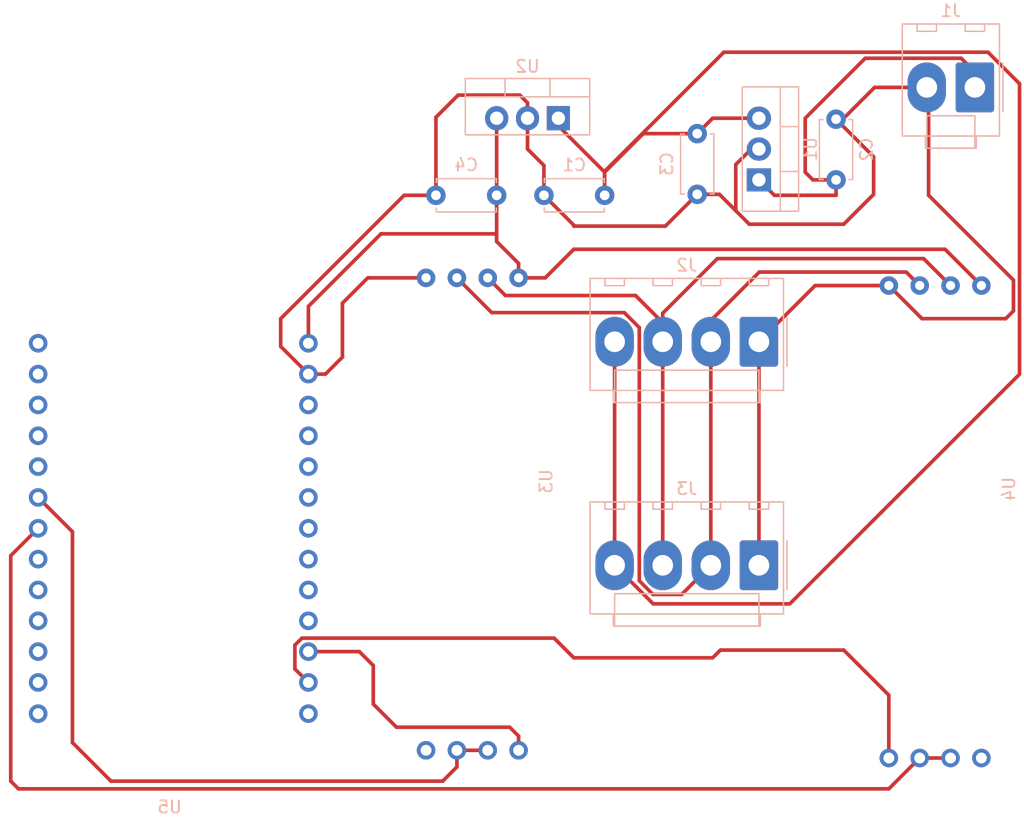
<source format=kicad_pcb>
(kicad_pcb (version 20171130) (host pcbnew "(5.1.10)-1")

  (general
    (thickness 1.6)
    (drawings 0)
    (tracks 136)
    (zones 0)
    (modules 12)
    (nets 32)
  )

  (page A4)
  (layers
    (0 F.Cu signal)
    (31 B.Cu signal)
    (32 B.Adhes user)
    (33 F.Adhes user)
    (34 B.Paste user)
    (35 F.Paste user)
    (36 B.SilkS user)
    (37 F.SilkS user)
    (38 B.Mask user)
    (39 F.Mask user)
    (40 Dwgs.User user)
    (41 Cmts.User user)
    (42 Eco1.User user)
    (43 Eco2.User user)
    (44 Edge.Cuts user)
    (45 Margin user)
    (46 B.CrtYd user)
    (47 F.CrtYd user)
    (48 B.Fab user)
    (49 F.Fab user)
  )

  (setup
    (last_trace_width 0.25)
    (user_trace_width 0.2)
    (user_trace_width 0.3)
    (user_trace_width 0.5)
    (trace_clearance 0.2)
    (zone_clearance 0.508)
    (zone_45_only no)
    (trace_min 0.2)
    (via_size 0.8)
    (via_drill 0.4)
    (via_min_size 0.4)
    (via_min_drill 0.3)
    (uvia_size 0.3)
    (uvia_drill 0.1)
    (uvias_allowed no)
    (uvia_min_size 0.2)
    (uvia_min_drill 0.1)
    (edge_width 0.05)
    (segment_width 0.2)
    (pcb_text_width 0.3)
    (pcb_text_size 1.5 1.5)
    (mod_edge_width 0.12)
    (mod_text_size 1 1)
    (mod_text_width 0.15)
    (pad_size 1.524 1.524)
    (pad_drill 0.762)
    (pad_to_mask_clearance 0)
    (aux_axis_origin 0 0)
    (visible_elements 7FFFFFFF)
    (pcbplotparams
      (layerselection 0x010fc_ffffffff)
      (usegerberextensions false)
      (usegerberattributes true)
      (usegerberadvancedattributes true)
      (creategerberjobfile true)
      (excludeedgelayer true)
      (linewidth 0.100000)
      (plotframeref false)
      (viasonmask false)
      (mode 1)
      (useauxorigin false)
      (hpglpennumber 1)
      (hpglpenspeed 20)
      (hpglpendiameter 15.000000)
      (psnegative false)
      (psa4output false)
      (plotreference true)
      (plotvalue true)
      (plotinvisibletext false)
      (padsonsilk false)
      (subtractmaskfromsilk false)
      (outputformat 1)
      (mirror false)
      (drillshape 1)
      (scaleselection 1)
      (outputdirectory ""))
  )

  (net 0 "")
  (net 1 GND)
  (net 2 "Net-(C1-Pad1)")
  (net 3 "Net-(C2-Pad1)")
  (net 4 "Net-(C4-Pad1)")
  (net 5 "Net-(J2-Pad3)")
  (net 6 "Net-(J2-Pad2)")
  (net 7 "Net-(U3-Pad1)")
  (net 8 "Net-(U3-Pad2)")
  (net 9 "Net-(U3-Pad4)")
  (net 10 "Net-(U4-Pad1)")
  (net 11 "Net-(U4-Pad2)")
  (net 12 "Net-(U4-Pad4)")
  (net 13 "Net-(U5-Pad36)")
  (net 14 "Net-(U5-Pad39)")
  (net 15 "Net-(U5-PadRST)")
  (net 16 "Net-(U5-Pad34)")
  (net 17 "Net-(U5-Pad35)")
  (net 18 "Net-(U5-Pad14)")
  (net 19 "Net-(U5-Pad15)")
  (net 20 "Net-(U5-Pad2)")
  (net 21 "Net-(U5-Pad0)")
  (net 22 "Net-(U5-Pad4)")
  (net 23 "Net-(U5-Pad25)")
  (net 24 "Net-(U5-Pad21)")
  (net 25 "Net-(U5-Pad22)")
  (net 26 "Net-(U5-Pad23)")
  (net 27 "Net-(U5-Pad19)")
  (net 28 "Net-(U5-PadLoRa2)")
  (net 29 "Net-(U5-PadLoRa1)")
  (net 30 "Net-(U5-Pad26)")
  (net 31 "Net-(U5-Pad3.3V)")

  (net_class Default "This is the default net class."
    (clearance 0.2)
    (trace_width 0.25)
    (via_dia 0.8)
    (via_drill 0.4)
    (uvia_dia 0.3)
    (uvia_drill 0.1)
    (add_net GND)
    (add_net "Net-(C1-Pad1)")
    (add_net "Net-(C2-Pad1)")
    (add_net "Net-(C4-Pad1)")
    (add_net "Net-(J2-Pad2)")
    (add_net "Net-(J2-Pad3)")
    (add_net "Net-(U3-Pad1)")
    (add_net "Net-(U3-Pad2)")
    (add_net "Net-(U3-Pad4)")
    (add_net "Net-(U4-Pad1)")
    (add_net "Net-(U4-Pad2)")
    (add_net "Net-(U4-Pad4)")
    (add_net "Net-(U5-Pad0)")
    (add_net "Net-(U5-Pad14)")
    (add_net "Net-(U5-Pad15)")
    (add_net "Net-(U5-Pad19)")
    (add_net "Net-(U5-Pad2)")
    (add_net "Net-(U5-Pad21)")
    (add_net "Net-(U5-Pad22)")
    (add_net "Net-(U5-Pad23)")
    (add_net "Net-(U5-Pad25)")
    (add_net "Net-(U5-Pad26)")
    (add_net "Net-(U5-Pad3.3V)")
    (add_net "Net-(U5-Pad34)")
    (add_net "Net-(U5-Pad35)")
    (add_net "Net-(U5-Pad36)")
    (add_net "Net-(U5-Pad39)")
    (add_net "Net-(U5-Pad4)")
    (add_net "Net-(U5-PadLoRa1)")
    (add_net "Net-(U5-PadLoRa2)")
    (add_net "Net-(U5-PadRST)")
  )

  (module escolleraHuellas:max485_TTL_RS485 (layer B.Cu) (tedit 61841886) (tstamp 618475A2)
    (at 156.21 93.98 90)
    (path /616E446E)
    (fp_text reference U3 (at 24.6888 -1.016 -90) (layer B.SilkS)
      (effects (font (size 1 1) (thickness 0.15)) (justify mirror))
    )
    (fp_text value MAX485E (at 24.7904 -3.2004 -90) (layer B.Fab)
      (effects (font (size 1 1) (thickness 0.15)) (justify mirror))
    )
    (fp_line (start 0 -14.0208) (end 0.4064 -14.0208) (layer B.Fab) (width 0.12))
    (fp_line (start 0 0) (end 0 -14.0208) (layer B.Fab) (width 0.12))
    (fp_line (start 44.0436 -14.0716) (end 0.4064 -14.0208) (layer B.Fab) (width 0.12))
    (fp_line (start 44.0436 0) (end 44.0436 -14.0716) (layer B.Fab) (width 0.12))
    (fp_line (start 0 0) (end 44.0436 0) (layer B.Fab) (width 0.12))
    (fp_text user TTL (at 5.7912 -7.0612) (layer B.Fab)
      (effects (font (size 1 1) (thickness 0.15)) (justify mirror))
    )
    (fp_text user RS485 (at 37.9476 -7.0104) (layer B.Fab)
      (effects (font (size 1 1) (thickness 0.15)) (justify mirror))
    )
    (pad 1 thru_hole circle (at 2.54 -3.275 90) (size 1.524 1.524) (drill 0.9) (layers *.Cu *.Mask)
      (net 7 "Net-(U3-Pad1)"))
    (pad 2 thru_hole circle (at 2.54 -5.815 90) (size 1.524 1.524) (drill 0.9) (layers *.Cu *.Mask)
      (net 8 "Net-(U3-Pad2)"))
    (pad 3 thru_hole circle (at 2.54 -8.355 90) (size 1.524 1.524) (drill 0.9) (layers *.Cu *.Mask)
      (net 8 "Net-(U3-Pad2)"))
    (pad 4 thru_hole circle (at 2.54 -10.895 90) (size 1.524 1.524) (drill 0.9) (layers *.Cu *.Mask)
      (net 9 "Net-(U3-Pad4)"))
    (pad 5 thru_hole circle (at 41.46 -10.895 90) (size 1.524 1.524) (drill 0.762) (layers *.Cu *.Mask)
      (net 1 GND))
    (pad 6 thru_hole circle (at 41.46 -8.355 90) (size 1.524 1.524) (drill 0.762) (layers *.Cu *.Mask)
      (net 6 "Net-(J2-Pad2)"))
    (pad 7 thru_hole circle (at 41.46 -5.815 90) (size 1.524 1.524) (drill 0.762) (layers *.Cu *.Mask)
      (net 5 "Net-(J2-Pad3)"))
    (pad 8 thru_hole circle (at 41.46 -3.275 90) (size 1.524 1.524) (drill 0.762) (layers *.Cu *.Mask)
      (net 4 "Net-(C4-Pad1)"))
  )

  (module escolleraHuellas:max485_TTL_RS485 (layer B.Cu) (tedit 61841886) (tstamp 618475B5)
    (at 194.31 94.615 90)
    (path /616E2D0F)
    (fp_text reference U4 (at 24.6888 -1.016 -90) (layer B.SilkS)
      (effects (font (size 1 1) (thickness 0.15)) (justify mirror))
    )
    (fp_text value MAX485E (at 24.7904 -3.2004 -90) (layer B.Fab)
      (effects (font (size 1 1) (thickness 0.15)) (justify mirror))
    )
    (fp_line (start 0 -14.0208) (end 0.4064 -14.0208) (layer B.Fab) (width 0.12))
    (fp_line (start 0 0) (end 0 -14.0208) (layer B.Fab) (width 0.12))
    (fp_line (start 44.0436 -14.0716) (end 0.4064 -14.0208) (layer B.Fab) (width 0.12))
    (fp_line (start 44.0436 0) (end 44.0436 -14.0716) (layer B.Fab) (width 0.12))
    (fp_line (start 0 0) (end 44.0436 0) (layer B.Fab) (width 0.12))
    (fp_text user TTL (at 5.7912 -7.0612) (layer B.Fab)
      (effects (font (size 1 1) (thickness 0.15)) (justify mirror))
    )
    (fp_text user RS485 (at 37.9476 -7.0104) (layer B.Fab)
      (effects (font (size 1 1) (thickness 0.15)) (justify mirror))
    )
    (pad 1 thru_hole circle (at 2.54 -3.275 90) (size 1.524 1.524) (drill 0.9) (layers *.Cu *.Mask)
      (net 10 "Net-(U4-Pad1)"))
    (pad 2 thru_hole circle (at 2.54 -5.815 90) (size 1.524 1.524) (drill 0.9) (layers *.Cu *.Mask)
      (net 11 "Net-(U4-Pad2)"))
    (pad 3 thru_hole circle (at 2.54 -8.355 90) (size 1.524 1.524) (drill 0.9) (layers *.Cu *.Mask)
      (net 11 "Net-(U4-Pad2)"))
    (pad 4 thru_hole circle (at 2.54 -10.895 90) (size 1.524 1.524) (drill 0.9) (layers *.Cu *.Mask)
      (net 12 "Net-(U4-Pad4)"))
    (pad 5 thru_hole circle (at 41.46 -10.895 90) (size 1.524 1.524) (drill 0.762) (layers *.Cu *.Mask)
      (net 1 GND))
    (pad 6 thru_hole circle (at 41.46 -8.355 90) (size 1.524 1.524) (drill 0.762) (layers *.Cu *.Mask)
      (net 6 "Net-(J2-Pad2)"))
    (pad 7 thru_hole circle (at 41.46 -5.815 90) (size 1.524 1.524) (drill 0.762) (layers *.Cu *.Mask)
      (net 5 "Net-(J2-Pad3)"))
    (pad 8 thru_hole circle (at 41.46 -3.275 90) (size 1.524 1.524) (drill 0.762) (layers *.Cu *.Mask)
      (net 4 "Net-(C4-Pad1)"))
  )

  (module Capacitor_THT:C_Disc_D4.7mm_W2.5mm_P5.00mm (layer B.Cu) (tedit 5AE50EF0) (tstamp 6184748E)
    (at 160.02 45.72 180)
    (descr "C, Disc series, Radial, pin pitch=5.00mm, , diameter*width=4.7*2.5mm^2, Capacitor, http://www.vishay.com/docs/45233/krseries.pdf")
    (tags "C Disc series Radial pin pitch 5.00mm  diameter 4.7mm width 2.5mm Capacitor")
    (path /616F1AC0)
    (fp_text reference C1 (at 2.5 2.5) (layer B.SilkS)
      (effects (font (size 1 1) (thickness 0.15)) (justify mirror))
    )
    (fp_text value 330nF (at 2.5 -2.5) (layer B.Fab)
      (effects (font (size 1 1) (thickness 0.15)) (justify mirror))
    )
    (fp_line (start 0.15 1.25) (end 0.15 -1.25) (layer B.Fab) (width 0.1))
    (fp_line (start 0.15 -1.25) (end 4.85 -1.25) (layer B.Fab) (width 0.1))
    (fp_line (start 4.85 -1.25) (end 4.85 1.25) (layer B.Fab) (width 0.1))
    (fp_line (start 4.85 1.25) (end 0.15 1.25) (layer B.Fab) (width 0.1))
    (fp_line (start 0.03 1.37) (end 4.97 1.37) (layer B.SilkS) (width 0.12))
    (fp_line (start 0.03 -1.37) (end 4.97 -1.37) (layer B.SilkS) (width 0.12))
    (fp_line (start 0.03 1.37) (end 0.03 1.055) (layer B.SilkS) (width 0.12))
    (fp_line (start 0.03 -1.055) (end 0.03 -1.37) (layer B.SilkS) (width 0.12))
    (fp_line (start 4.97 1.37) (end 4.97 1.055) (layer B.SilkS) (width 0.12))
    (fp_line (start 4.97 -1.055) (end 4.97 -1.37) (layer B.SilkS) (width 0.12))
    (fp_line (start -1.05 1.5) (end -1.05 -1.5) (layer B.CrtYd) (width 0.05))
    (fp_line (start -1.05 -1.5) (end 6.05 -1.5) (layer B.CrtYd) (width 0.05))
    (fp_line (start 6.05 -1.5) (end 6.05 1.5) (layer B.CrtYd) (width 0.05))
    (fp_line (start 6.05 1.5) (end -1.05 1.5) (layer B.CrtYd) (width 0.05))
    (fp_text user %R (at 2.5 0) (layer B.Fab)
      (effects (font (size 0.94 0.94) (thickness 0.141)) (justify mirror))
    )
    (pad 2 thru_hole circle (at 5 0 180) (size 1.6 1.6) (drill 0.8) (layers *.Cu *.Mask)
      (net 1 GND))
    (pad 1 thru_hole circle (at 0 0 180) (size 1.6 1.6) (drill 0.8) (layers *.Cu *.Mask)
      (net 2 "Net-(C1-Pad1)"))
    (model ${KISYS3DMOD}/Capacitor_THT.3dshapes/C_Disc_D4.7mm_W2.5mm_P5.00mm.wrl
      (at (xyz 0 0 0))
      (scale (xyz 1 1 1))
      (rotate (xyz 0 0 0))
    )
  )

  (module Package_TO_SOT_THT:TO-220-3_Vertical (layer B.Cu) (tedit 5AC8BA0D) (tstamp 61847575)
    (at 172.72 44.45 90)
    (descr "TO-220-3, Vertical, RM 2.54mm, see https://www.vishay.com/docs/66542/to-220-1.pdf")
    (tags "TO-220-3 Vertical RM 2.54mm")
    (path /616ED667)
    (fp_text reference U1 (at 2.54 4.27 90) (layer B.SilkS)
      (effects (font (size 1 1) (thickness 0.15)) (justify mirror))
    )
    (fp_text value LM7812_TO220 (at 2.54 -2.5 90) (layer B.Fab)
      (effects (font (size 1 1) (thickness 0.15)) (justify mirror))
    )
    (fp_line (start -2.46 3.15) (end -2.46 -1.25) (layer B.Fab) (width 0.1))
    (fp_line (start -2.46 -1.25) (end 7.54 -1.25) (layer B.Fab) (width 0.1))
    (fp_line (start 7.54 -1.25) (end 7.54 3.15) (layer B.Fab) (width 0.1))
    (fp_line (start 7.54 3.15) (end -2.46 3.15) (layer B.Fab) (width 0.1))
    (fp_line (start -2.46 1.88) (end 7.54 1.88) (layer B.Fab) (width 0.1))
    (fp_line (start 0.69 3.15) (end 0.69 1.88) (layer B.Fab) (width 0.1))
    (fp_line (start 4.39 3.15) (end 4.39 1.88) (layer B.Fab) (width 0.1))
    (fp_line (start -2.58 3.27) (end 7.66 3.27) (layer B.SilkS) (width 0.12))
    (fp_line (start -2.58 -1.371) (end 7.66 -1.371) (layer B.SilkS) (width 0.12))
    (fp_line (start -2.58 3.27) (end -2.58 -1.371) (layer B.SilkS) (width 0.12))
    (fp_line (start 7.66 3.27) (end 7.66 -1.371) (layer B.SilkS) (width 0.12))
    (fp_line (start -2.58 1.76) (end 7.66 1.76) (layer B.SilkS) (width 0.12))
    (fp_line (start 0.69 3.27) (end 0.69 1.76) (layer B.SilkS) (width 0.12))
    (fp_line (start 4.391 3.27) (end 4.391 1.76) (layer B.SilkS) (width 0.12))
    (fp_line (start -2.71 3.4) (end -2.71 -1.51) (layer B.CrtYd) (width 0.05))
    (fp_line (start -2.71 -1.51) (end 7.79 -1.51) (layer B.CrtYd) (width 0.05))
    (fp_line (start 7.79 -1.51) (end 7.79 3.4) (layer B.CrtYd) (width 0.05))
    (fp_line (start 7.79 3.4) (end -2.71 3.4) (layer B.CrtYd) (width 0.05))
    (fp_text user %R (at 2.54 4.27 90) (layer B.Fab)
      (effects (font (size 1 1) (thickness 0.15)) (justify mirror))
    )
    (pad 3 thru_hole oval (at 5.08 0 90) (size 1.905 2) (drill 1.1) (layers *.Cu *.Mask)
      (net 2 "Net-(C1-Pad1)"))
    (pad 2 thru_hole oval (at 2.54 0 90) (size 1.905 2) (drill 1.1) (layers *.Cu *.Mask)
      (net 1 GND))
    (pad 1 thru_hole rect (at 0 0 90) (size 1.905 2) (drill 1.1) (layers *.Cu *.Mask)
      (net 3 "Net-(C2-Pad1)"))
    (model ${KISYS3DMOD}/Package_TO_SOT_THT.3dshapes/TO-220-3_Vertical.wrl
      (at (xyz 0 0 0))
      (scale (xyz 1 1 1))
      (rotate (xyz 0 0 0))
    )
  )

  (module escolleraHuellas:TTGO (layer B.Cu) (tedit 61840E3E) (tstamp 618475DA)
    (at 110.49 93.98)
    (path /6170B131)
    (fp_text reference U5 (at 13.716 2.1336) (layer B.SilkS)
      (effects (font (size 1 1) (thickness 0.15)) (justify mirror))
    )
    (fp_text value TTGO_LoRa32 (at 13.4112 0.8128) (layer B.Fab)
      (effects (font (size 1 1) (thickness 0.15)) (justify mirror))
    )
    (fp_line (start 0.127 -62.865) (end 0 0) (layer B.CrtYd) (width 0.12))
    (fp_line (start 27.178 -62.865) (end 0.127 -62.865) (layer B.CrtYd) (width 0.12))
    (fp_line (start 27.051 0) (end 27.178 -62.865) (layer B.CrtYd) (width 0.12))
    (fp_line (start 0 0) (end 27.051 0) (layer B.CrtYd) (width 0.12))
    (fp_text user TTGO (at 14.224 -4.064) (layer B.CrtYd)
      (effects (font (size 5 5) (thickness 0.15)) (justify mirror))
    )
    (pad 36 thru_hole circle (at 2.89 -5.56) (size 1.524 1.524) (drill 0.9) (layers *.Cu *.Mask Dwgs.User)
      (net 13 "Net-(U5-Pad36)"))
    (pad 39 thru_hole circle (at 2.89 -8.13) (size 1.524 1.524) (drill 0.9) (layers *.Cu *.Mask Dwgs.User)
      (net 14 "Net-(U5-Pad39)"))
    (pad RST thru_hole circle (at 2.89 -10.67) (size 1.524 1.524) (drill 0.9) (layers *.Cu *.Mask Dwgs.User)
      (net 15 "Net-(U5-PadRST)"))
    (pad 34 thru_hole circle (at 2.89 -13.21) (size 1.524 1.524) (drill 0.9) (layers *.Cu *.Mask Dwgs.User)
      (net 16 "Net-(U5-Pad34)"))
    (pad 35 thru_hole circle (at 2.89 -15.75) (size 1.524 1.524) (drill 0.9) (layers *.Cu *.Mask Dwgs.User)
      (net 17 "Net-(U5-Pad35)"))
    (pad 14 thru_hole circle (at 2.89 -18.29) (size 1.524 1.524) (drill 0.9) (layers *.Cu *.Mask Dwgs.User)
      (net 18 "Net-(U5-Pad14)"))
    (pad 12 thru_hole circle (at 2.89 -20.83) (size 1.524 1.524) (drill 0.9) (layers *.Cu *.Mask Dwgs.User)
      (net 11 "Net-(U4-Pad2)"))
    (pad 13 thru_hole circle (at 2.89 -23.37) (size 1.524 1.524) (drill 0.9) (layers *.Cu *.Mask Dwgs.User)
      (net 8 "Net-(U3-Pad2)"))
    (pad 15 thru_hole circle (at 2.89 -25.91) (size 1.524 1.524) (drill 0.9) (layers *.Cu *.Mask Dwgs.User)
      (net 19 "Net-(U5-Pad15)"))
    (pad 2 thru_hole circle (at 2.89 -28.45) (size 1.524 1.524) (drill 0.9) (layers *.Cu *.Mask Dwgs.User)
      (net 20 "Net-(U5-Pad2)"))
    (pad 0 thru_hole circle (at 2.89 -30.99) (size 1.524 1.524) (drill 0.9) (layers *.Cu *.Mask Dwgs.User)
      (net 21 "Net-(U5-Pad0)"))
    (pad 4 thru_hole circle (at 2.89 -33.53) (size 1.524 1.524) (drill 0.9) (layers *.Cu *.Mask Dwgs.User)
      (net 22 "Net-(U5-Pad4)"))
    (pad 25 thru_hole circle (at 2.89 -36.07) (size 1.524 1.524) (drill 0.9) (layers *.Cu *.Mask Dwgs.User)
      (net 23 "Net-(U5-Pad25)"))
    (pad "" np_thru_hole circle (at 3.44 -2.56) (size 2 2) (drill 2) (layers *.Cu *.Mask))
    (pad "" np_thru_hole circle (at 25.59 -2.56) (size 2 2) (drill 2) (layers *.Cu *.Mask))
    (pad 21 thru_hole circle (at 25.14 -5.56) (size 1.524 1.524) (drill 0.9) (layers *.Cu *.Mask)
      (net 24 "Net-(U5-Pad21)"))
    (pad TX0 thru_hole circle (at 25.14 -8.13) (size 1.524 1.524) (drill 0.9) (layers *.Cu *.Mask)
      (net 12 "Net-(U4-Pad4)"))
    (pad RX0 thru_hole circle (at 25.14 -10.67) (size 1.524 1.524) (drill 0.9) (layers *.Cu *.Mask)
      (net 7 "Net-(U3-Pad1)"))
    (pad 22 thru_hole circle (at 25.14 -13.21) (size 1.524 1.524) (drill 0.9) (layers *.Cu *.Mask)
      (net 25 "Net-(U5-Pad22)"))
    (pad 23 thru_hole circle (at 25.14 -15.75) (size 1.524 1.524) (drill 0.9) (layers *.Cu *.Mask)
      (net 26 "Net-(U5-Pad23)"))
    (pad 19 thru_hole circle (at 25.14 -18.29) (size 1.524 1.524) (drill 0.9) (layers *.Cu *.Mask)
      (net 27 "Net-(U5-Pad19)"))
    (pad LoRa2 thru_hole circle (at 25.14 -20.83) (size 1.524 1.524) (drill 0.9) (layers *.Cu *.Mask)
      (net 28 "Net-(U5-PadLoRa2)"))
    (pad LoRa1 thru_hole circle (at 25.14 -23.37) (size 1.524 1.524) (drill 0.9) (layers *.Cu *.Mask)
      (net 29 "Net-(U5-PadLoRa1)"))
    (pad 26 thru_hole circle (at 25.14 -25.91) (size 1.524 1.524) (drill 0.9) (layers *.Cu *.Mask)
      (net 30 "Net-(U5-Pad26)"))
    (pad GND thru_hole circle (at 25.14 -28.45) (size 1.524 1.524) (drill 0.9) (layers *.Cu *.Mask)
      (net 1 GND))
    (pad 3.3V thru_hole circle (at 25.14 -30.99) (size 1.524 1.524) (drill 0.9) (layers *.Cu *.Mask)
      (net 31 "Net-(U5-Pad3.3V)"))
    (pad GND thru_hole circle (at 25.14 -33.53) (size 1.524 1.524) (drill 0.9) (layers *.Cu *.Mask)
      (net 1 GND))
    (pad 5V thru_hole circle (at 25.14 -36.07) (size 1.524 1.524) (drill 0.9) (layers *.Cu *.Mask)
      (net 4 "Net-(C4-Pad1)"))
  )

  (module Package_TO_SOT_THT:TO-220-3_Vertical (layer B.Cu) (tedit 5AC8BA0D) (tstamp 6184758F)
    (at 156.21 39.37 180)
    (descr "TO-220-3, Vertical, RM 2.54mm, see https://www.vishay.com/docs/66542/to-220-1.pdf")
    (tags "TO-220-3 Vertical RM 2.54mm")
    (path /616EEB39)
    (fp_text reference U2 (at 2.54 4.27) (layer B.SilkS)
      (effects (font (size 1 1) (thickness 0.15)) (justify mirror))
    )
    (fp_text value LM7805_TO220 (at 2.54 -2.5) (layer B.Fab)
      (effects (font (size 1 1) (thickness 0.15)) (justify mirror))
    )
    (fp_line (start -2.46 3.15) (end -2.46 -1.25) (layer B.Fab) (width 0.1))
    (fp_line (start -2.46 -1.25) (end 7.54 -1.25) (layer B.Fab) (width 0.1))
    (fp_line (start 7.54 -1.25) (end 7.54 3.15) (layer B.Fab) (width 0.1))
    (fp_line (start 7.54 3.15) (end -2.46 3.15) (layer B.Fab) (width 0.1))
    (fp_line (start -2.46 1.88) (end 7.54 1.88) (layer B.Fab) (width 0.1))
    (fp_line (start 0.69 3.15) (end 0.69 1.88) (layer B.Fab) (width 0.1))
    (fp_line (start 4.39 3.15) (end 4.39 1.88) (layer B.Fab) (width 0.1))
    (fp_line (start -2.58 3.27) (end 7.66 3.27) (layer B.SilkS) (width 0.12))
    (fp_line (start -2.58 -1.371) (end 7.66 -1.371) (layer B.SilkS) (width 0.12))
    (fp_line (start -2.58 3.27) (end -2.58 -1.371) (layer B.SilkS) (width 0.12))
    (fp_line (start 7.66 3.27) (end 7.66 -1.371) (layer B.SilkS) (width 0.12))
    (fp_line (start -2.58 1.76) (end 7.66 1.76) (layer B.SilkS) (width 0.12))
    (fp_line (start 0.69 3.27) (end 0.69 1.76) (layer B.SilkS) (width 0.12))
    (fp_line (start 4.391 3.27) (end 4.391 1.76) (layer B.SilkS) (width 0.12))
    (fp_line (start -2.71 3.4) (end -2.71 -1.51) (layer B.CrtYd) (width 0.05))
    (fp_line (start -2.71 -1.51) (end 7.79 -1.51) (layer B.CrtYd) (width 0.05))
    (fp_line (start 7.79 -1.51) (end 7.79 3.4) (layer B.CrtYd) (width 0.05))
    (fp_line (start 7.79 3.4) (end -2.71 3.4) (layer B.CrtYd) (width 0.05))
    (fp_text user %R (at 2.54 4.27) (layer B.Fab)
      (effects (font (size 1 1) (thickness 0.15)) (justify mirror))
    )
    (pad 3 thru_hole oval (at 5.08 0 180) (size 1.905 2) (drill 1.1) (layers *.Cu *.Mask)
      (net 4 "Net-(C4-Pad1)"))
    (pad 2 thru_hole oval (at 2.54 0 180) (size 1.905 2) (drill 1.1) (layers *.Cu *.Mask)
      (net 1 GND))
    (pad 1 thru_hole rect (at 0 0 180) (size 1.905 2) (drill 1.1) (layers *.Cu *.Mask)
      (net 2 "Net-(C1-Pad1)"))
    (model ${KISYS3DMOD}/Package_TO_SOT_THT.3dshapes/TO-220-3_Vertical.wrl
      (at (xyz 0 0 0))
      (scale (xyz 1 1 1))
      (rotate (xyz 0 0 0))
    )
  )

  (module Connector_Molex:Molex_KK-396_A-41791-0004_1x04_P3.96mm_Vertical (layer B.Cu) (tedit 5DC431B4) (tstamp 6184755B)
    (at 172.72 76.2 180)
    (descr "Molex KK 396 Interconnect System, old/engineering part number: A-41791-0004 example for new part number: 26-60-4040, 4 Pins (https://www.molex.com/pdm_docs/sd/026604020_sd.pdf), generated with kicad-footprint-generator")
    (tags "connector Molex KK-396 vertical")
    (path /616E634A)
    (fp_text reference J3 (at 5.94 6.31 180) (layer B.SilkS)
      (effects (font (size 1 1) (thickness 0.15)) (justify mirror))
    )
    (fp_text value Conn_01x04 (at 5.94 -6.1 180) (layer B.Fab)
      (effects (font (size 1 1) (thickness 0.15)) (justify mirror))
    )
    (fp_line (start 14.29 5.61) (end -2.41 5.61) (layer B.CrtYd) (width 0.05))
    (fp_line (start 14.29 -5.4) (end 14.29 5.61) (layer B.CrtYd) (width 0.05))
    (fp_line (start -2.41 -5.4) (end 14.29 -5.4) (layer B.CrtYd) (width 0.05))
    (fp_line (start -2.41 5.61) (end -2.41 -5.4) (layer B.CrtYd) (width 0.05))
    (fp_line (start 12.68 4.62) (end 12.68 5.22) (layer B.SilkS) (width 0.12))
    (fp_line (start 11.08 4.62) (end 12.68 4.62) (layer B.SilkS) (width 0.12))
    (fp_line (start 11.08 5.22) (end 11.08 4.62) (layer B.SilkS) (width 0.12))
    (fp_line (start 8.72 4.62) (end 8.72 5.22) (layer B.SilkS) (width 0.12))
    (fp_line (start 7.12 4.62) (end 8.72 4.62) (layer B.SilkS) (width 0.12))
    (fp_line (start 7.12 5.22) (end 7.12 4.62) (layer B.SilkS) (width 0.12))
    (fp_line (start 4.76 4.62) (end 4.76 5.22) (layer B.SilkS) (width 0.12))
    (fp_line (start 3.16 4.62) (end 4.76 4.62) (layer B.SilkS) (width 0.12))
    (fp_line (start 3.16 5.22) (end 3.16 4.62) (layer B.SilkS) (width 0.12))
    (fp_line (start 0.8 4.62) (end 0.8 5.22) (layer B.SilkS) (width 0.12))
    (fp_line (start -0.8 4.62) (end 0.8 4.62) (layer B.SilkS) (width 0.12))
    (fp_line (start -0.8 5.22) (end -0.8 4.62) (layer B.SilkS) (width 0.12))
    (fp_line (start 11.88 -2.34) (end 11.88 -4.01) (layer B.SilkS) (width 0.12))
    (fp_line (start 0 -2.34) (end 11.88 -2.34) (layer B.SilkS) (width 0.12))
    (fp_line (start 0 -4.01) (end 0 -2.34) (layer B.SilkS) (width 0.12))
    (fp_line (start 11.88 -4.01) (end 11.88 -5.01) (layer B.SilkS) (width 0.12))
    (fp_line (start 0 -4.01) (end 11.88 -4.01) (layer B.SilkS) (width 0.12))
    (fp_line (start 0 -5.01) (end 0 -4.01) (layer B.SilkS) (width 0.12))
    (fp_line (start -1.202893 0) (end -1.91 -0.5) (layer B.Fab) (width 0.1))
    (fp_line (start -1.91 0.5) (end -1.202893 0) (layer B.Fab) (width 0.1))
    (fp_line (start -2.31 2) (end -2.31 -2) (layer B.SilkS) (width 0.12))
    (fp_line (start -2.02 -4.005) (end -2.02 5.22) (layer B.SilkS) (width 0.12))
    (fp_line (start -0.115 -4.005) (end -2.02 -4.005) (layer B.SilkS) (width 0.12))
    (fp_line (start -0.115 -5.01) (end -0.115 -4.005) (layer B.SilkS) (width 0.12))
    (fp_line (start 11.995 -5.01) (end -0.115 -5.01) (layer B.SilkS) (width 0.12))
    (fp_line (start 11.995 -4.005) (end 11.995 -5.01) (layer B.SilkS) (width 0.12))
    (fp_line (start 13.9 -4.005) (end 11.995 -4.005) (layer B.SilkS) (width 0.12))
    (fp_line (start 13.9 5.22) (end 13.9 -4.005) (layer B.SilkS) (width 0.12))
    (fp_line (start -2.02 5.22) (end 13.9 5.22) (layer B.SilkS) (width 0.12))
    (fp_line (start -1.91 -3.895) (end -1.91 5.11) (layer B.Fab) (width 0.1))
    (fp_line (start -0.005 -3.895) (end -1.91 -3.895) (layer B.Fab) (width 0.1))
    (fp_line (start -0.005 -4.9) (end -0.005 -3.895) (layer B.Fab) (width 0.1))
    (fp_line (start 11.885 -4.9) (end -0.005 -4.9) (layer B.Fab) (width 0.1))
    (fp_line (start 11.885 -3.895) (end 11.885 -4.9) (layer B.Fab) (width 0.1))
    (fp_line (start 13.79 -3.895) (end 11.885 -3.895) (layer B.Fab) (width 0.1))
    (fp_line (start 13.79 5.11) (end 13.79 -3.895) (layer B.Fab) (width 0.1))
    (fp_line (start -1.91 5.11) (end 13.79 5.11) (layer B.Fab) (width 0.1))
    (fp_text user %R (at 5.94 4.41 180) (layer B.Fab)
      (effects (font (size 1 1) (thickness 0.15)) (justify mirror))
    )
    (pad 1 thru_hole roundrect (at 0 0 180) (size 3.16 4.1) (drill 1.7) (layers *.Cu *.Mask) (roundrect_rratio 0.079114)
      (net 1 GND))
    (pad 2 thru_hole oval (at 3.96 0 180) (size 3.16 4.1) (drill 1.7) (layers *.Cu *.Mask)
      (net 6 "Net-(J2-Pad2)"))
    (pad 3 thru_hole oval (at 7.92 0 180) (size 3.16 4.1) (drill 1.7) (layers *.Cu *.Mask)
      (net 5 "Net-(J2-Pad3)"))
    (pad 4 thru_hole oval (at 11.88 0 180) (size 3.16 4.1) (drill 1.7) (layers *.Cu *.Mask)
      (net 2 "Net-(C1-Pad1)"))
    (model ${KISYS3DMOD}/Connector_Molex.3dshapes/Molex_KK-396_A-41791-0004_1x04_P3.96mm_Vertical.wrl
      (at (xyz 0 0 0))
      (scale (xyz 1 1 1))
      (rotate (xyz 0 0 0))
    )
  )

  (module Connector_Molex:Molex_KK-396_A-41791-0004_1x04_P3.96mm_Vertical (layer B.Cu) (tedit 5DC431B4) (tstamp 61847529)
    (at 172.72 57.785 180)
    (descr "Molex KK 396 Interconnect System, old/engineering part number: A-41791-0004 example for new part number: 26-60-4040, 4 Pins (https://www.molex.com/pdm_docs/sd/026604020_sd.pdf), generated with kicad-footprint-generator")
    (tags "connector Molex KK-396 vertical")
    (path /616E77DA)
    (fp_text reference J2 (at 5.94 6.31 180) (layer B.SilkS)
      (effects (font (size 1 1) (thickness 0.15)) (justify mirror))
    )
    (fp_text value Conn_01x04 (at 5.94 -6.1 180) (layer B.Fab)
      (effects (font (size 1 1) (thickness 0.15)) (justify mirror))
    )
    (fp_line (start -1.91 5.11) (end 13.79 5.11) (layer B.Fab) (width 0.1))
    (fp_line (start 13.79 5.11) (end 13.79 -3.895) (layer B.Fab) (width 0.1))
    (fp_line (start 13.79 -3.895) (end 11.885 -3.895) (layer B.Fab) (width 0.1))
    (fp_line (start 11.885 -3.895) (end 11.885 -4.9) (layer B.Fab) (width 0.1))
    (fp_line (start 11.885 -4.9) (end -0.005 -4.9) (layer B.Fab) (width 0.1))
    (fp_line (start -0.005 -4.9) (end -0.005 -3.895) (layer B.Fab) (width 0.1))
    (fp_line (start -0.005 -3.895) (end -1.91 -3.895) (layer B.Fab) (width 0.1))
    (fp_line (start -1.91 -3.895) (end -1.91 5.11) (layer B.Fab) (width 0.1))
    (fp_line (start -2.02 5.22) (end 13.9 5.22) (layer B.SilkS) (width 0.12))
    (fp_line (start 13.9 5.22) (end 13.9 -4.005) (layer B.SilkS) (width 0.12))
    (fp_line (start 13.9 -4.005) (end 11.995 -4.005) (layer B.SilkS) (width 0.12))
    (fp_line (start 11.995 -4.005) (end 11.995 -5.01) (layer B.SilkS) (width 0.12))
    (fp_line (start 11.995 -5.01) (end -0.115 -5.01) (layer B.SilkS) (width 0.12))
    (fp_line (start -0.115 -5.01) (end -0.115 -4.005) (layer B.SilkS) (width 0.12))
    (fp_line (start -0.115 -4.005) (end -2.02 -4.005) (layer B.SilkS) (width 0.12))
    (fp_line (start -2.02 -4.005) (end -2.02 5.22) (layer B.SilkS) (width 0.12))
    (fp_line (start -2.31 2) (end -2.31 -2) (layer B.SilkS) (width 0.12))
    (fp_line (start -1.91 0.5) (end -1.202893 0) (layer B.Fab) (width 0.1))
    (fp_line (start -1.202893 0) (end -1.91 -0.5) (layer B.Fab) (width 0.1))
    (fp_line (start 0 -5.01) (end 0 -4.01) (layer B.SilkS) (width 0.12))
    (fp_line (start 0 -4.01) (end 11.88 -4.01) (layer B.SilkS) (width 0.12))
    (fp_line (start 11.88 -4.01) (end 11.88 -5.01) (layer B.SilkS) (width 0.12))
    (fp_line (start 0 -4.01) (end 0 -2.34) (layer B.SilkS) (width 0.12))
    (fp_line (start 0 -2.34) (end 11.88 -2.34) (layer B.SilkS) (width 0.12))
    (fp_line (start 11.88 -2.34) (end 11.88 -4.01) (layer B.SilkS) (width 0.12))
    (fp_line (start -0.8 5.22) (end -0.8 4.62) (layer B.SilkS) (width 0.12))
    (fp_line (start -0.8 4.62) (end 0.8 4.62) (layer B.SilkS) (width 0.12))
    (fp_line (start 0.8 4.62) (end 0.8 5.22) (layer B.SilkS) (width 0.12))
    (fp_line (start 3.16 5.22) (end 3.16 4.62) (layer B.SilkS) (width 0.12))
    (fp_line (start 3.16 4.62) (end 4.76 4.62) (layer B.SilkS) (width 0.12))
    (fp_line (start 4.76 4.62) (end 4.76 5.22) (layer B.SilkS) (width 0.12))
    (fp_line (start 7.12 5.22) (end 7.12 4.62) (layer B.SilkS) (width 0.12))
    (fp_line (start 7.12 4.62) (end 8.72 4.62) (layer B.SilkS) (width 0.12))
    (fp_line (start 8.72 4.62) (end 8.72 5.22) (layer B.SilkS) (width 0.12))
    (fp_line (start 11.08 5.22) (end 11.08 4.62) (layer B.SilkS) (width 0.12))
    (fp_line (start 11.08 4.62) (end 12.68 4.62) (layer B.SilkS) (width 0.12))
    (fp_line (start 12.68 4.62) (end 12.68 5.22) (layer B.SilkS) (width 0.12))
    (fp_line (start -2.41 5.61) (end -2.41 -5.4) (layer B.CrtYd) (width 0.05))
    (fp_line (start -2.41 -5.4) (end 14.29 -5.4) (layer B.CrtYd) (width 0.05))
    (fp_line (start 14.29 -5.4) (end 14.29 5.61) (layer B.CrtYd) (width 0.05))
    (fp_line (start 14.29 5.61) (end -2.41 5.61) (layer B.CrtYd) (width 0.05))
    (fp_text user %R (at 5.94 4.41 180) (layer B.Fab)
      (effects (font (size 1 1) (thickness 0.15)) (justify mirror))
    )
    (pad 4 thru_hole oval (at 11.88 0 180) (size 3.16 4.1) (drill 1.7) (layers *.Cu *.Mask)
      (net 2 "Net-(C1-Pad1)"))
    (pad 3 thru_hole oval (at 7.92 0 180) (size 3.16 4.1) (drill 1.7) (layers *.Cu *.Mask)
      (net 5 "Net-(J2-Pad3)"))
    (pad 2 thru_hole oval (at 3.96 0 180) (size 3.16 4.1) (drill 1.7) (layers *.Cu *.Mask)
      (net 6 "Net-(J2-Pad2)"))
    (pad 1 thru_hole roundrect (at 0 0 180) (size 3.16 4.1) (drill 1.7) (layers *.Cu *.Mask) (roundrect_rratio 0.079114)
      (net 1 GND))
    (model ${KISYS3DMOD}/Connector_Molex.3dshapes/Molex_KK-396_A-41791-0004_1x04_P3.96mm_Vertical.wrl
      (at (xyz 0 0 0))
      (scale (xyz 1 1 1))
      (rotate (xyz 0 0 0))
    )
  )

  (module Connector_Molex:Molex_KK-396_A-41791-0002_1x02_P3.96mm_Vertical (layer B.Cu) (tedit 5DC431B4) (tstamp 618474F7)
    (at 190.5 36.83 180)
    (descr "Molex KK 396 Interconnect System, old/engineering part number: A-41791-0002 example for new part number: 26-60-4020, 2 Pins (https://www.molex.com/pdm_docs/sd/026604020_sd.pdf), generated with kicad-footprint-generator")
    (tags "connector Molex KK-396 vertical")
    (path /616EF701)
    (fp_text reference J1 (at 1.98 6.31) (layer B.SilkS)
      (effects (font (size 1 1) (thickness 0.15)) (justify mirror))
    )
    (fp_text value Conn_01x02 (at 1.98 -6.1) (layer B.Fab)
      (effects (font (size 1 1) (thickness 0.15)) (justify mirror))
    )
    (fp_line (start -1.91 5.11) (end 5.87 5.11) (layer B.Fab) (width 0.1))
    (fp_line (start 5.87 5.11) (end 5.87 -3.895) (layer B.Fab) (width 0.1))
    (fp_line (start 5.87 -3.895) (end 3.965 -3.895) (layer B.Fab) (width 0.1))
    (fp_line (start 3.965 -3.895) (end 3.965 -4.9) (layer B.Fab) (width 0.1))
    (fp_line (start 3.965 -4.9) (end -0.005 -4.9) (layer B.Fab) (width 0.1))
    (fp_line (start -0.005 -4.9) (end -0.005 -3.895) (layer B.Fab) (width 0.1))
    (fp_line (start -0.005 -3.895) (end -1.91 -3.895) (layer B.Fab) (width 0.1))
    (fp_line (start -1.91 -3.895) (end -1.91 5.11) (layer B.Fab) (width 0.1))
    (fp_line (start -2.02 5.22) (end 5.98 5.22) (layer B.SilkS) (width 0.12))
    (fp_line (start 5.98 5.22) (end 5.98 -4.005) (layer B.SilkS) (width 0.12))
    (fp_line (start 5.98 -4.005) (end 4.075 -4.005) (layer B.SilkS) (width 0.12))
    (fp_line (start 4.075 -4.005) (end 4.075 -5.01) (layer B.SilkS) (width 0.12))
    (fp_line (start 4.075 -5.01) (end -0.115 -5.01) (layer B.SilkS) (width 0.12))
    (fp_line (start -0.115 -5.01) (end -0.115 -4.005) (layer B.SilkS) (width 0.12))
    (fp_line (start -0.115 -4.005) (end -2.02 -4.005) (layer B.SilkS) (width 0.12))
    (fp_line (start -2.02 -4.005) (end -2.02 5.22) (layer B.SilkS) (width 0.12))
    (fp_line (start -2.31 2) (end -2.31 -2) (layer B.SilkS) (width 0.12))
    (fp_line (start -1.91 0.5) (end -1.202893 0) (layer B.Fab) (width 0.1))
    (fp_line (start -1.202893 0) (end -1.91 -0.5) (layer B.Fab) (width 0.1))
    (fp_line (start 0 -5.01) (end 0 -4.01) (layer B.SilkS) (width 0.12))
    (fp_line (start 0 -4.01) (end 3.96 -4.01) (layer B.SilkS) (width 0.12))
    (fp_line (start 3.96 -4.01) (end 3.96 -5.01) (layer B.SilkS) (width 0.12))
    (fp_line (start 0 -4.01) (end 0 -2.34) (layer B.SilkS) (width 0.12))
    (fp_line (start 0 -2.34) (end 3.96 -2.34) (layer B.SilkS) (width 0.12))
    (fp_line (start 3.96 -2.34) (end 3.96 -4.01) (layer B.SilkS) (width 0.12))
    (fp_line (start -0.8 5.22) (end -0.8 4.62) (layer B.SilkS) (width 0.12))
    (fp_line (start -0.8 4.62) (end 0.8 4.62) (layer B.SilkS) (width 0.12))
    (fp_line (start 0.8 4.62) (end 0.8 5.22) (layer B.SilkS) (width 0.12))
    (fp_line (start 3.16 5.22) (end 3.16 4.62) (layer B.SilkS) (width 0.12))
    (fp_line (start 3.16 4.62) (end 4.76 4.62) (layer B.SilkS) (width 0.12))
    (fp_line (start 4.76 4.62) (end 4.76 5.22) (layer B.SilkS) (width 0.12))
    (fp_line (start -2.41 5.61) (end -2.41 -5.4) (layer B.CrtYd) (width 0.05))
    (fp_line (start -2.41 -5.4) (end 6.37 -5.4) (layer B.CrtYd) (width 0.05))
    (fp_line (start 6.37 -5.4) (end 6.37 5.61) (layer B.CrtYd) (width 0.05))
    (fp_line (start 6.37 5.61) (end -2.41 5.61) (layer B.CrtYd) (width 0.05))
    (fp_text user %R (at 0 6.35) (layer B.Fab)
      (effects (font (size 1 1) (thickness 0.15)) (justify mirror))
    )
    (pad 2 thru_hole oval (at 3.96 0 180) (size 3.16 4.1) (drill 1.7) (layers *.Cu *.Mask)
      (net 1 GND))
    (pad 1 thru_hole roundrect (at 0 0 180) (size 3.16 4.1) (drill 1.7) (layers *.Cu *.Mask) (roundrect_rratio 0.079114)
      (net 3 "Net-(C2-Pad1)"))
    (model ${KISYS3DMOD}/Connector_Molex.3dshapes/Molex_KK-396_A-41791-0002_1x02_P3.96mm_Vertical.wrl
      (at (xyz 0 0 0))
      (scale (xyz 1 1 1))
      (rotate (xyz 0 0 0))
    )
  )

  (module Capacitor_THT:C_Disc_D4.7mm_W2.5mm_P5.00mm (layer B.Cu) (tedit 5AE50EF0) (tstamp 618474CD)
    (at 151.13 45.72 180)
    (descr "C, Disc series, Radial, pin pitch=5.00mm, , diameter*width=4.7*2.5mm^2, Capacitor, http://www.vishay.com/docs/45233/krseries.pdf")
    (tags "C Disc series Radial pin pitch 5.00mm  diameter 4.7mm width 2.5mm Capacitor")
    (path /616F1AFA)
    (fp_text reference C4 (at 2.5 2.5) (layer B.SilkS)
      (effects (font (size 1 1) (thickness 0.15)) (justify mirror))
    )
    (fp_text value 100nF (at 2.5 -2.5) (layer B.Fab)
      (effects (font (size 1 1) (thickness 0.15)) (justify mirror))
    )
    (fp_line (start 0.15 1.25) (end 0.15 -1.25) (layer B.Fab) (width 0.1))
    (fp_line (start 0.15 -1.25) (end 4.85 -1.25) (layer B.Fab) (width 0.1))
    (fp_line (start 4.85 -1.25) (end 4.85 1.25) (layer B.Fab) (width 0.1))
    (fp_line (start 4.85 1.25) (end 0.15 1.25) (layer B.Fab) (width 0.1))
    (fp_line (start 0.03 1.37) (end 4.97 1.37) (layer B.SilkS) (width 0.12))
    (fp_line (start 0.03 -1.37) (end 4.97 -1.37) (layer B.SilkS) (width 0.12))
    (fp_line (start 0.03 1.37) (end 0.03 1.055) (layer B.SilkS) (width 0.12))
    (fp_line (start 0.03 -1.055) (end 0.03 -1.37) (layer B.SilkS) (width 0.12))
    (fp_line (start 4.97 1.37) (end 4.97 1.055) (layer B.SilkS) (width 0.12))
    (fp_line (start 4.97 -1.055) (end 4.97 -1.37) (layer B.SilkS) (width 0.12))
    (fp_line (start -1.05 1.5) (end -1.05 -1.5) (layer B.CrtYd) (width 0.05))
    (fp_line (start -1.05 -1.5) (end 6.05 -1.5) (layer B.CrtYd) (width 0.05))
    (fp_line (start 6.05 -1.5) (end 6.05 1.5) (layer B.CrtYd) (width 0.05))
    (fp_line (start 6.05 1.5) (end -1.05 1.5) (layer B.CrtYd) (width 0.05))
    (fp_text user %R (at 2.54 0) (layer B.Fab)
      (effects (font (size 0.94 0.94) (thickness 0.141)) (justify mirror))
    )
    (pad 2 thru_hole circle (at 5 0 180) (size 1.6 1.6) (drill 0.8) (layers *.Cu *.Mask)
      (net 1 GND))
    (pad 1 thru_hole circle (at 0 0 180) (size 1.6 1.6) (drill 0.8) (layers *.Cu *.Mask)
      (net 4 "Net-(C4-Pad1)"))
    (model ${KISYS3DMOD}/Capacitor_THT.3dshapes/C_Disc_D4.7mm_W2.5mm_P5.00mm.wrl
      (at (xyz 0 0 0))
      (scale (xyz 1 1 1))
      (rotate (xyz 0 0 0))
    )
  )

  (module Capacitor_THT:C_Disc_D4.7mm_W2.5mm_P5.00mm (layer B.Cu) (tedit 5AE50EF0) (tstamp 618474B8)
    (at 167.64 40.64 270)
    (descr "C, Disc series, Radial, pin pitch=5.00mm, , diameter*width=4.7*2.5mm^2, Capacitor, http://www.vishay.com/docs/45233/krseries.pdf")
    (tags "C Disc series Radial pin pitch 5.00mm  diameter 4.7mm width 2.5mm Capacitor")
    (path /616F197F)
    (fp_text reference C3 (at 2.5 2.5 90) (layer B.SilkS)
      (effects (font (size 1 1) (thickness 0.15)) (justify mirror))
    )
    (fp_text value 100nF (at 2.5 -2.5 90) (layer B.Fab)
      (effects (font (size 1 1) (thickness 0.15)) (justify mirror))
    )
    (fp_line (start 0.15 1.25) (end 0.15 -1.25) (layer B.Fab) (width 0.1))
    (fp_line (start 0.15 -1.25) (end 4.85 -1.25) (layer B.Fab) (width 0.1))
    (fp_line (start 4.85 -1.25) (end 4.85 1.25) (layer B.Fab) (width 0.1))
    (fp_line (start 4.85 1.25) (end 0.15 1.25) (layer B.Fab) (width 0.1))
    (fp_line (start 0.03 1.37) (end 4.97 1.37) (layer B.SilkS) (width 0.12))
    (fp_line (start 0.03 -1.37) (end 4.97 -1.37) (layer B.SilkS) (width 0.12))
    (fp_line (start 0.03 1.37) (end 0.03 1.055) (layer B.SilkS) (width 0.12))
    (fp_line (start 0.03 -1.055) (end 0.03 -1.37) (layer B.SilkS) (width 0.12))
    (fp_line (start 4.97 1.37) (end 4.97 1.055) (layer B.SilkS) (width 0.12))
    (fp_line (start 4.97 -1.055) (end 4.97 -1.37) (layer B.SilkS) (width 0.12))
    (fp_line (start -1.05 1.5) (end -1.05 -1.5) (layer B.CrtYd) (width 0.05))
    (fp_line (start -1.05 -1.5) (end 6.05 -1.5) (layer B.CrtYd) (width 0.05))
    (fp_line (start 6.05 -1.5) (end 6.05 1.5) (layer B.CrtYd) (width 0.05))
    (fp_line (start 6.05 1.5) (end -1.05 1.5) (layer B.CrtYd) (width 0.05))
    (fp_text user %R (at 2.5 0 90) (layer B.Fab)
      (effects (font (size 0.94 0.94) (thickness 0.141)) (justify mirror))
    )
    (pad 2 thru_hole circle (at 5 0 270) (size 1.6 1.6) (drill 0.8) (layers *.Cu *.Mask)
      (net 1 GND))
    (pad 1 thru_hole circle (at 0 0 270) (size 1.6 1.6) (drill 0.8) (layers *.Cu *.Mask)
      (net 2 "Net-(C1-Pad1)"))
    (model ${KISYS3DMOD}/Capacitor_THT.3dshapes/C_Disc_D4.7mm_W2.5mm_P5.00mm.wrl
      (at (xyz 0 0 0))
      (scale (xyz 1 1 1))
      (rotate (xyz 0 0 0))
    )
  )

  (module Capacitor_THT:C_Disc_D4.7mm_W2.5mm_P5.00mm (layer B.Cu) (tedit 5AE50EF0) (tstamp 618474A3)
    (at 179.07 44.45 90)
    (descr "C, Disc series, Radial, pin pitch=5.00mm, , diameter*width=4.7*2.5mm^2, Capacitor, http://www.vishay.com/docs/45233/krseries.pdf")
    (tags "C Disc series Radial pin pitch 5.00mm  diameter 4.7mm width 2.5mm Capacitor")
    (path /616F0A57)
    (fp_text reference C2 (at 2.5 2.5 90) (layer B.SilkS)
      (effects (font (size 1 1) (thickness 0.15)) (justify mirror))
    )
    (fp_text value 330nF (at 2.5 -2.5 90) (layer B.Fab)
      (effects (font (size 1 1) (thickness 0.15)) (justify mirror))
    )
    (fp_line (start 0.15 1.25) (end 0.15 -1.25) (layer B.Fab) (width 0.1))
    (fp_line (start 0.15 -1.25) (end 4.85 -1.25) (layer B.Fab) (width 0.1))
    (fp_line (start 4.85 -1.25) (end 4.85 1.25) (layer B.Fab) (width 0.1))
    (fp_line (start 4.85 1.25) (end 0.15 1.25) (layer B.Fab) (width 0.1))
    (fp_line (start 0.03 1.37) (end 4.97 1.37) (layer B.SilkS) (width 0.12))
    (fp_line (start 0.03 -1.37) (end 4.97 -1.37) (layer B.SilkS) (width 0.12))
    (fp_line (start 0.03 1.37) (end 0.03 1.055) (layer B.SilkS) (width 0.12))
    (fp_line (start 0.03 -1.055) (end 0.03 -1.37) (layer B.SilkS) (width 0.12))
    (fp_line (start 4.97 1.37) (end 4.97 1.055) (layer B.SilkS) (width 0.12))
    (fp_line (start 4.97 -1.055) (end 4.97 -1.37) (layer B.SilkS) (width 0.12))
    (fp_line (start -1.05 1.5) (end -1.05 -1.5) (layer B.CrtYd) (width 0.05))
    (fp_line (start -1.05 -1.5) (end 6.05 -1.5) (layer B.CrtYd) (width 0.05))
    (fp_line (start 6.05 -1.5) (end 6.05 1.5) (layer B.CrtYd) (width 0.05))
    (fp_line (start 6.05 1.5) (end -1.05 1.5) (layer B.CrtYd) (width 0.05))
    (fp_text user %R (at 2.5 0 90) (layer B.Fab)
      (effects (font (size 0.94 0.94) (thickness 0.141)) (justify mirror))
    )
    (pad 2 thru_hole circle (at 5 0 90) (size 1.6 1.6) (drill 0.8) (layers *.Cu *.Mask)
      (net 1 GND))
    (pad 1 thru_hole circle (at 0 0 90) (size 1.6 1.6) (drill 0.8) (layers *.Cu *.Mask)
      (net 3 "Net-(C2-Pad1)"))
    (model ${KISYS3DMOD}/Capacitor_THT.3dshapes/C_Disc_D4.7mm_W2.5mm_P5.00mm.wrl
      (at (xyz 0 0 0))
      (scale (xyz 1 1 1))
      (rotate (xyz 0 0 0))
    )
  )

  (segment (start 183.415 53.155) (end 177.35 53.155) (width 0.3) (layer F.Cu) (net 1))
  (segment (start 177.35 53.155) (end 172.72 57.785) (width 0.3) (layer F.Cu) (net 1))
  (segment (start 172.72 57.785) (end 172.72 76.2) (width 0.3) (layer F.Cu) (net 1))
  (segment (start 146.13 45.72) (end 143.51 45.72) (width 0.3) (layer F.Cu) (net 1))
  (segment (start 143.51 45.72) (end 133.35 55.88) (width 0.3) (layer F.Cu) (net 1))
  (segment (start 133.35 58.17) (end 135.63 60.45) (width 0.3) (layer F.Cu) (net 1))
  (segment (start 133.35 55.88) (end 133.35 58.17) (width 0.3) (layer F.Cu) (net 1))
  (segment (start 135.63 60.45) (end 137.035 60.45) (width 0.3) (layer F.Cu) (net 1))
  (segment (start 137.035 60.45) (end 138.43 59.055) (width 0.3) (layer F.Cu) (net 1))
  (segment (start 138.43 59.055) (end 138.43 54.61) (width 0.3) (layer F.Cu) (net 1))
  (segment (start 140.52 52.52) (end 145.315 52.52) (width 0.3) (layer F.Cu) (net 1))
  (segment (start 138.43 54.61) (end 140.52 52.52) (width 0.3) (layer F.Cu) (net 1))
  (segment (start 186.54 36.83) (end 182.245 36.83) (width 0.3) (layer F.Cu) (net 1))
  (segment (start 179.625 39.45) (end 179.07 39.45) (width 0.3) (layer F.Cu) (net 1))
  (segment (start 182.245 36.83) (end 179.625 39.45) (width 0.3) (layer F.Cu) (net 1))
  (segment (start 172.085 41.91) (end 172.72 41.91) (width 0.3) (layer F.Cu) (net 1))
  (segment (start 170.815 43.18) (end 172.085 41.91) (width 0.3) (layer F.Cu) (net 1))
  (segment (start 170.815 46.99) (end 170.815 43.18) (width 0.3) (layer F.Cu) (net 1))
  (segment (start 171.925 48.1) (end 170.815 46.99) (width 0.3) (layer F.Cu) (net 1))
  (segment (start 179.705 48.1) (end 171.925 48.1) (width 0.3) (layer F.Cu) (net 1))
  (segment (start 182.165 42.545) (end 182.165 45.64) (width 0.3) (layer F.Cu) (net 1))
  (segment (start 182.165 45.64) (end 179.705 48.1) (width 0.3) (layer F.Cu) (net 1))
  (segment (start 179.07 39.45) (end 182.165 42.545) (width 0.3) (layer F.Cu) (net 1))
  (segment (start 153.67 39.37) (end 153.67 41.91) (width 0.3) (layer F.Cu) (net 1))
  (segment (start 155.02 43.26) (end 155.02 45.72) (width 0.3) (layer F.Cu) (net 1))
  (segment (start 153.67 41.91) (end 155.02 43.26) (width 0.3) (layer F.Cu) (net 1))
  (segment (start 169.465 45.64) (end 170.815 46.99) (width 0.3) (layer F.Cu) (net 1))
  (segment (start 167.64 45.64) (end 169.465 45.64) (width 0.3) (layer F.Cu) (net 1))
  (segment (start 167.64 45.64) (end 165.02 48.26) (width 0.3) (layer F.Cu) (net 1))
  (segment (start 165.02 48.26) (end 157.48 48.26) (width 0.3) (layer F.Cu) (net 1))
  (segment (start 157.48 48.18) (end 155.02 45.72) (width 0.3) (layer F.Cu) (net 1))
  (segment (start 157.48 48.26) (end 157.48 48.18) (width 0.3) (layer F.Cu) (net 1))
  (segment (start 153.67 39.37) (end 153.67 38.1) (width 0.3) (layer F.Cu) (net 1))
  (segment (start 153.67 38.1) (end 153.035 37.465) (width 0.3) (layer F.Cu) (net 1))
  (segment (start 153.035 37.465) (end 147.955 37.465) (width 0.3) (layer F.Cu) (net 1))
  (segment (start 146.13 39.29) (end 146.13 45.72) (width 0.3) (layer F.Cu) (net 1))
  (segment (start 147.955 37.465) (end 146.13 39.29) (width 0.3) (layer F.Cu) (net 1))
  (segment (start 186.69 36.98) (end 186.54 36.83) (width 0.3) (layer F.Cu) (net 1))
  (segment (start 186.69 45.72) (end 186.69 36.98) (width 0.3) (layer F.Cu) (net 1))
  (segment (start 193.675 52.705) (end 186.69 45.72) (width 0.3) (layer F.Cu) (net 1))
  (segment (start 193.675 55.245) (end 193.675 52.705) (width 0.3) (layer F.Cu) (net 1))
  (segment (start 193.04 55.88) (end 193.675 55.245) (width 0.3) (layer F.Cu) (net 1))
  (segment (start 186.14 55.88) (end 193.04 55.88) (width 0.3) (layer F.Cu) (net 1))
  (segment (start 183.415 53.155) (end 186.14 55.88) (width 0.3) (layer F.Cu) (net 1))
  (segment (start 160.84 57.785) (end 160.84 76.2) (width 0.3) (layer F.Cu) (net 2))
  (segment (start 168.91 39.37) (end 167.64 40.64) (width 0.3) (layer F.Cu) (net 2))
  (segment (start 172.72 39.37) (end 168.91 39.37) (width 0.3) (layer F.Cu) (net 2))
  (segment (start 160.02 45.72) (end 160.02 43.815) (width 0.3) (layer F.Cu) (net 2))
  (segment (start 163.195 40.64) (end 167.64 40.64) (width 0.3) (layer F.Cu) (net 2))
  (segment (start 160.02 43.815) (end 163.195 40.64) (width 0.3) (layer F.Cu) (net 2))
  (segment (start 156.21 40.005) (end 160.02 43.815) (width 0.3) (layer F.Cu) (net 2))
  (segment (start 156.21 39.37) (end 156.21 40.005) (width 0.3) (layer F.Cu) (net 2))
  (segment (start 194.17501 36.526464) (end 194.17501 60.45999) (width 0.3) (layer F.Cu) (net 2))
  (segment (start 191.578526 33.92998) (end 194.17501 36.526464) (width 0.3) (layer F.Cu) (net 2))
  (segment (start 160.02 43.74288) (end 169.8329 33.92998) (width 0.3) (layer F.Cu) (net 2))
  (segment (start 169.8329 33.92998) (end 191.578526 33.92998) (width 0.3) (layer F.Cu) (net 2))
  (segment (start 160.02 45.72) (end 160.02 43.74288) (width 0.3) (layer F.Cu) (net 2))
  (segment (start 194.17501 60.45999) (end 175.26 79.375) (width 0.3) (layer F.Cu) (net 2))
  (segment (start 164.015 79.375) (end 160.84 76.2) (width 0.3) (layer F.Cu) (net 2))
  (segment (start 175.26 79.375) (end 164.015 79.375) (width 0.3) (layer F.Cu) (net 2))
  (segment (start 177.165 44.45) (end 179.07 44.45) (width 0.3) (layer F.Cu) (net 3))
  (segment (start 176.53 39.37) (end 176.53 43.815) (width 0.3) (layer F.Cu) (net 3))
  (segment (start 181.47001 34.42999) (end 176.53 39.37) (width 0.3) (layer F.Cu) (net 3))
  (segment (start 189.36999 34.42999) (end 181.47001 34.42999) (width 0.3) (layer F.Cu) (net 3))
  (segment (start 190.5 35.56) (end 189.36999 34.42999) (width 0.3) (layer F.Cu) (net 3))
  (segment (start 176.53 43.815) (end 177.165 44.45) (width 0.3) (layer F.Cu) (net 3))
  (segment (start 190.5 36.83) (end 190.5 35.56) (width 0.3) (layer F.Cu) (net 3))
  (segment (start 179.07 44.45) (end 179.07 45.72) (width 0.3) (layer F.Cu) (net 3))
  (segment (start 179.07 45.72) (end 173.99 45.72) (width 0.3) (layer F.Cu) (net 3))
  (segment (start 173.99 45.72) (end 172.72 44.45) (width 0.3) (layer F.Cu) (net 3))
  (segment (start 152.935 52.52) (end 152.935 51.335) (width 0.3) (layer F.Cu) (net 4))
  (segment (start 152.935 51.335) (end 151.13 49.53) (width 0.3) (layer F.Cu) (net 4))
  (segment (start 152.935 52.52) (end 155.125 52.52) (width 0.3) (layer F.Cu) (net 4))
  (segment (start 155.125 52.52) (end 157.48 50.165) (width 0.3) (layer F.Cu) (net 4))
  (segment (start 188.045 50.165) (end 191.035 53.155) (width 0.3) (layer F.Cu) (net 4))
  (segment (start 157.48 50.165) (end 188.045 50.165) (width 0.3) (layer F.Cu) (net 4))
  (segment (start 135.63 57.91) (end 135.63 54.87) (width 0.3) (layer F.Cu) (net 4))
  (segment (start 135.63 54.87) (end 141.605 48.895) (width 0.3) (layer F.Cu) (net 4))
  (segment (start 141.605 48.895) (end 151.13 48.895) (width 0.3) (layer F.Cu) (net 4))
  (segment (start 151.13 48.895) (end 151.13 49.53) (width 0.3) (layer F.Cu) (net 4))
  (segment (start 151.13 49.53) (end 151.13 45.72) (width 0.3) (layer F.Cu) (net 4))
  (segment (start 151.13 39.37) (end 151.13 45.72) (width 0.3) (layer F.Cu) (net 4))
  (segment (start 150.395 52.52) (end 150.395 52.605) (width 0.3) (layer F.Cu) (net 5))
  (segment (start 164.8 57.785) (end 164.8 76.2) (width 0.3) (layer F.Cu) (net 5))
  (segment (start 150.395 52.52) (end 151.85 53.975) (width 0.3) (layer F.Cu) (net 5))
  (segment (start 151.85 53.975) (end 162.56 53.975) (width 0.3) (layer F.Cu) (net 5))
  (segment (start 164.8 56.215) (end 164.8 57.785) (width 0.3) (layer F.Cu) (net 5))
  (segment (start 162.56 53.975) (end 164.8 56.215) (width 0.3) (layer F.Cu) (net 5))
  (segment (start 164.8 55.435) (end 164.8 57.785) (width 0.3) (layer F.Cu) (net 5))
  (segment (start 186.27499 50.93499) (end 169.30001 50.93499) (width 0.3) (layer F.Cu) (net 5))
  (segment (start 169.30001 50.93499) (end 164.8 55.435) (width 0.3) (layer F.Cu) (net 5))
  (segment (start 188.495 53.155) (end 186.27499 50.93499) (width 0.3) (layer F.Cu) (net 5))
  (segment (start 168.76 76.2) (end 168.76 57.785) (width 0.3) (layer F.Cu) (net 6))
  (segment (start 147.855 52.52) (end 148.405 52.52) (width 0.3) (layer F.Cu) (net 6))
  (segment (start 168.76 57.785) (end 168.76 56.03) (width 0.3) (layer F.Cu) (net 6))
  (segment (start 184.842999 52.042999) (end 185.955 53.155) (width 0.3) (layer F.Cu) (net 6))
  (segment (start 172.747001 52.042999) (end 184.842999 52.042999) (width 0.3) (layer F.Cu) (net 6))
  (segment (start 168.76 56.03) (end 172.747001 52.042999) (width 0.3) (layer F.Cu) (net 6))
  (segment (start 166.35999 78.60001) (end 168.76 76.2) (width 0.3) (layer F.Cu) (net 6))
  (segment (start 164.000564 78.60001) (end 166.35999 78.60001) (width 0.3) (layer F.Cu) (net 6))
  (segment (start 162.86999 56.615544) (end 162.86999 77.469436) (width 0.3) (layer F.Cu) (net 6))
  (segment (start 161.639436 55.38499) (end 162.86999 56.615544) (width 0.3) (layer F.Cu) (net 6))
  (segment (start 150.71999 55.38499) (end 161.639436 55.38499) (width 0.3) (layer F.Cu) (net 6))
  (segment (start 162.86999 77.469436) (end 164.000564 78.60001) (width 0.3) (layer F.Cu) (net 6))
  (segment (start 147.855 52.52) (end 150.71999 55.38499) (width 0.3) (layer F.Cu) (net 6))
  (segment (start 152.935 91.44) (end 152.935 90.27) (width 0.3) (layer F.Cu) (net 7))
  (segment (start 152.935 90.27) (end 152.2 89.535) (width 0.3) (layer F.Cu) (net 7))
  (segment (start 152.2 89.535) (end 142.875 89.535) (width 0.3) (layer F.Cu) (net 7))
  (segment (start 142.875 89.535) (end 140.97 87.63) (width 0.3) (layer F.Cu) (net 7))
  (segment (start 140.97 87.63) (end 140.97 84.455) (width 0.3) (layer F.Cu) (net 7))
  (segment (start 139.825 83.31) (end 135.63 83.31) (width 0.3) (layer F.Cu) (net 7))
  (segment (start 140.97 84.455) (end 139.825 83.31) (width 0.3) (layer F.Cu) (net 7))
  (segment (start 150.395 91.44) (end 147.855 91.44) (width 0.3) (layer F.Cu) (net 8))
  (segment (start 147.855 91.44) (end 147.855 92.81) (width 0.3) (layer F.Cu) (net 8))
  (segment (start 147.855 92.81) (end 146.685 93.98) (width 0.3) (layer F.Cu) (net 8))
  (segment (start 146.685 93.98) (end 119.38 93.98) (width 0.3) (layer F.Cu) (net 8))
  (segment (start 119.38 93.98) (end 116.205 90.805) (width 0.3) (layer F.Cu) (net 8))
  (segment (start 116.205 73.435) (end 113.38 70.61) (width 0.3) (layer F.Cu) (net 8))
  (segment (start 116.205 90.805) (end 116.205 73.435) (width 0.3) (layer F.Cu) (net 8))
  (segment (start 113.38 73.15) (end 111.125 75.405) (width 0.3) (layer F.Cu) (net 11))
  (segment (start 111.125 75.405) (end 111.125 93.98) (width 0.3) (layer F.Cu) (net 11))
  (segment (start 111.125 93.98) (end 111.76 94.615) (width 0.3) (layer F.Cu) (net 11))
  (segment (start 183.415 94.615) (end 185.955 92.075) (width 0.3) (layer F.Cu) (net 11))
  (segment (start 111.76 94.615) (end 183.415 94.615) (width 0.3) (layer F.Cu) (net 11))
  (segment (start 188.495 92.075) (end 185.955 92.075) (width 0.3) (layer F.Cu) (net 11))
  (segment (start 135.765 85.85) (end 135.63 85.85) (width 0.3) (layer F.Cu) (net 12))
  (segment (start 135.096239 82.197999) (end 155.857999 82.197999) (width 0.3) (layer F.Cu) (net 12))
  (segment (start 134.517999 82.776239) (end 135.096239 82.197999) (width 0.3) (layer F.Cu) (net 12))
  (segment (start 134.517999 84.737999) (end 134.517999 82.776239) (width 0.3) (layer F.Cu) (net 12))
  (segment (start 135.63 85.85) (end 134.517999 84.737999) (width 0.3) (layer F.Cu) (net 12))
  (segment (start 155.857999 82.197999) (end 157.48 83.82) (width 0.3) (layer F.Cu) (net 12))
  (segment (start 157.48 83.82) (end 168.91 83.82) (width 0.3) (layer F.Cu) (net 12))
  (segment (start 168.91 83.82) (end 169.545 83.185) (width 0.3) (layer F.Cu) (net 12))
  (segment (start 169.545 83.185) (end 179.705 83.185) (width 0.3) (layer F.Cu) (net 12))
  (segment (start 183.415 86.895) (end 183.415 92.075) (width 0.3) (layer F.Cu) (net 12))
  (segment (start 179.705 83.185) (end 183.415 86.895) (width 0.3) (layer F.Cu) (net 12))

)

</source>
